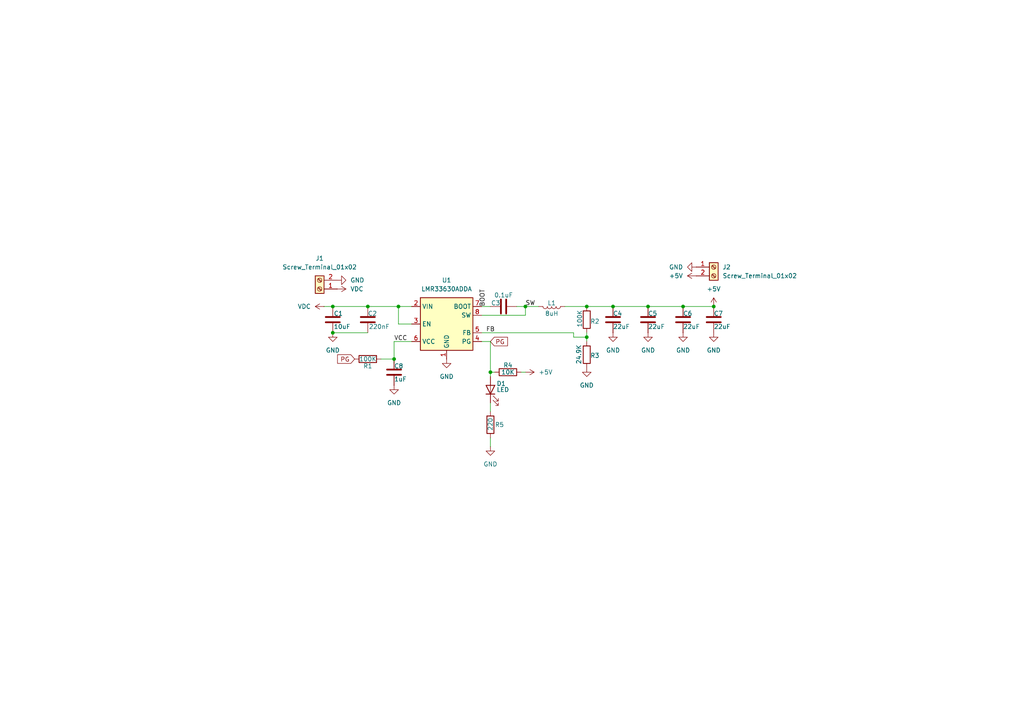
<source format=kicad_sch>
(kicad_sch (version 20250114) (generator "eeschema") (generator_version "9.0")
  (paper "A4")
  (lib_symbols
    (symbol "Connector:Screw_Terminal_01x02" (pin_names (offset 1.016) (hide yes))
      (property "Reference" "J" (at 0 2.54 0))
      (property "Value" "Screw_Terminal_01x02" (at 0 -5.08 0))
      (symbol "Screw_Terminal_01x02_1_1"
        (rectangle (start -1.27 1.27) (end 1.27 -3.81) (stroke (width 0.254)) (fill (type background)))
        (polyline (pts (xy -0.5334 0.3302) (xy 0.3302 -0.508)) (stroke (width 0.1524)))
        (polyline (pts (xy -0.5334 -2.2098) (xy 0.3302 -3.048)) (stroke (width 0.1524)))
        (polyline (pts (xy -0.3556 0.508) (xy 0.508 -0.3302)) (stroke (width 0.1524)))
        (polyline (pts (xy -0.3556 -2.032) (xy 0.508 -2.8702)) (stroke (width 0.1524)))
        (circle (center 0 0) (radius 0.635) (stroke (width 0.1524)))
        (circle (center 0 -2.54) (radius 0.635) (stroke (width 0.1524)))
        (pin passive line (at -5.08 0 0) (length 3.81) (name "Pin_1") (number "1"))
        (pin passive line (at -5.08 -2.54 0) (length 3.81) (name "Pin_2") (number "2"))
      )
    )
    (symbol "Device:C" (pin_numbers (hide yes)) (pin_names (offset 0.254))
      (property "Reference" "C" (at 0.635 2.54 0))
      (property "Value" "C" (at 0.635 -2.54 0))
      (symbol "C_0_1"
        (polyline (pts (xy -2.032 0.762) (xy 2.032 0.762)) (stroke (width 0.508)))
        (polyline (pts (xy -2.032 -0.762) (xy 2.032 -0.762)) (stroke (width 0.508)))
      )
      (symbol "C_1_1"
        (pin passive line (at 0 3.81 270) (length 2.794) (name "~") (number "1"))
        (pin passive line (at 0 -3.81 90) (length 2.794) (name "~") (number "2"))
      )
    )
    (symbol "Device:L" (pin_numbers (hide yes)) (pin_names (offset 1.016) (hide yes))
      (property "Reference" "L" (at -1.27 0 90))
      (property "Value" "L" (at 1.905 0 90))
      (symbol "L_0_1"
        (arc (start 0 2.54) (mid 0.6323 1.905) (end 0 1.27))
        (arc (start 0 1.27) (mid 0.6323 0.635) (end 0 0))
        (arc (start 0 0) (mid 0.6323 -0.635) (end 0 -1.27))
        (arc (start 0 -1.27) (mid 0.6323 -1.905) (end 0 -2.54))
      )
      (symbol "L_1_1"
        (pin passive line (at 0 3.81 270) (length 1.27) (name "1") (number "1"))
        (pin passive line (at 0 -3.81 90) (length 1.27) (name "2") (number "2"))
      )
    )
    (symbol "Device:LED" (pin_numbers (hide yes)) (pin_names (offset 1.016) (hide yes))
      (property "Reference" "D" (at 0 2.54 0))
      (property "Value" "LED" (at 0 -2.54 0))
      (symbol "LED_0_1"
        (polyline (pts (xy -3.048 -0.762) (xy -4.572 -2.286) (xy -3.81 -2.286) (xy -4.572 -2.286) (xy -4.572 -1.524)))
        (polyline (pts (xy -1.778 -0.762) (xy -3.302 -2.286) (xy -2.54 -2.286) (xy -3.302 -2.286) (xy -3.302 -1.524)))
        (polyline (pts (xy -1.27 0) (xy 1.27 0)))
        (polyline (pts (xy -1.27 -1.27) (xy -1.27 1.27)) (stroke (width 0.254)))
        (polyline (pts (xy 1.27 -1.27) (xy 1.27 1.27) (xy -1.27 0) (xy 1.27 -1.27)) (stroke (width 0.254)))
      )
      (symbol "LED_1_1"
        (pin passive line (at -3.81 0 0) (length 2.54) (name "K") (number "1"))
        (pin passive line (at 3.81 0 180) (length 2.54) (name "A") (number "2"))
      )
    )
    (symbol "Device:R" (pin_numbers (hide yes)) (pin_names (offset 0))
      (property "Reference" "R" (at 2.032 0 90))
      (property "Value" "R" (at 0 0 90))
      (symbol "R_0_1"
        (rectangle (start -1.016 -2.54) (end 1.016 2.54) (stroke (width 0.254)))
      )
      (symbol "R_1_1"
        (pin passive line (at 0 3.81 270) (length 1.27) (name "~") (number "1"))
        (pin passive line (at 0 -3.81 90) (length 1.27) (name "~") (number "2"))
      )
    )
    (symbol "Regulator_Switching:LMR33630ADDA"
      (property "Reference" "U" (at 0 11.43 0))
      (property "Value" "LMR33630ADDA" (at 0 8.89 0))
      (symbol "LMR33630ADDA_0_1"
        (rectangle (start -7.62 7.62) (end 7.62 -7.62) (stroke (width 0.254)) (fill (type background)))
      )
      (symbol "LMR33630ADDA_1_1"
        (pin power_in line (at -10.16 5.08 0) (length 2.54) (name "VIN") (number "2"))
        (pin input line (at -10.16 0 0) (length 2.54) (name "EN") (number "3"))
        (pin power_out line (at -10.16 -5.08 0) (length 2.54) (name "VCC") (number "6"))
        (pin power_in line (at 0 -10.16 90) (length 2.54) (name "GND") (number "1"))
        (pin passive line (at 0 -10.16 90) (length 2.54) (hide yes) (name "GND") (number "9"))
        (pin input line (at 10.16 5.08 180) (length 2.54) (name "BOOT") (number "7"))
        (pin output line (at 10.16 2.54 180) (length 2.54) (name "SW") (number "8"))
        (pin input line (at 10.16 -2.54 180) (length 2.54) (name "FB") (number "5"))
        (pin open_collector line (at 10.16 -5.08 180) (length 2.54) (name "PG") (number "4"))
      )
    )
    (symbol "power:+5V" (power) (pin_numbers (hide yes)) (pin_names (offset 0) (hide yes))
      (property "Value" "+5V" (at 0 3.556 0))
      (symbol "+5V_0_1"
        (polyline (pts (xy -0.762 1.27) (xy 0 2.54)))
        (polyline (pts (xy 0 2.54) (xy 0.762 1.27)))
        (polyline (pts (xy 0 0) (xy 0 2.54)))
      )
      (symbol "+5V_1_1"
        (pin power_in line (at 0 0 90) (length 0) (name "~") (number "1"))
      )
    )
    (symbol "power:GND" (power) (pin_numbers (hide yes)) (pin_names (offset 0) (hide yes))
      (property "Value" "GND" (at 0 -3.81 0))
      (symbol "GND_0_1"
        (polyline (pts (xy 0 0) (xy 0 -1.27) (xy 1.27 -1.27) (xy 0 -2.54) (xy -1.27 -1.27) (xy 0 -1.27)))
      )
      (symbol "GND_1_1"
        (pin power_in line (at 0 0 270) (length 0) (name "~") (number "1"))
      )
    )
    (symbol "power:VDC" (power) (pin_numbers (hide yes)) (pin_names (offset 0) (hide yes))
      (property "Value" "VDC" (at 0 3.556 0))
      (symbol "VDC_0_1"
        (polyline (pts (xy -0.762 1.27) (xy 0 2.54)))
        (polyline (pts (xy 0 2.54) (xy 0.762 1.27)))
        (polyline (pts (xy 0 0) (xy 0 2.54)))
      )
      (symbol "VDC_1_1"
        (pin power_in line (at 0 0 90) (length 0) (name "~") (number "1"))
      )
    )
  )
  (junction (at 152.4 88.9))
  (junction (at 170.18 88.9))
  (junction (at 177.8 88.9))
  (junction (at 170.18 97.79))
  (junction (at 115.57 88.9))
  (junction (at 207.01 88.9))
  (junction (at 96.52 96.52))
  (junction (at 198.12 88.9))
  (junction (at 106.68 88.9))
  (junction (at 187.96 88.9))
  (junction (at 142.24 107.95))
  (junction (at 114.3 104.14))
  (junction (at 96.52 88.9))
  (wire (pts (xy 139.7 96.52) (xy 166.37 96.52)))
  (wire (pts (xy 166.37 97.79) (xy 170.18 97.79)))
  (wire (pts (xy 152.4 88.9) (xy 156.21 88.9)))
  (wire (pts (xy 115.57 88.9) (xy 119.38 88.9)))
  (wire (pts (xy 139.7 99.06) (xy 142.24 99.06)))
  (wire (pts (xy 96.52 96.52) (xy 106.68 96.52)))
  (wire (pts (xy 142.24 127) (xy 142.24 129.54)))
  (wire (pts (xy 198.12 88.9) (xy 207.01 88.9)))
  (wire (pts (xy 142.24 99.06) (xy 142.24 107.95)))
  (wire (pts (xy 110.49 104.14) (xy 114.3 104.14)))
  (wire (pts (xy 177.8 88.9) (xy 187.96 88.9)))
  (wire (pts (xy 170.18 97.79) (xy 170.18 96.52)))
  (wire (pts (xy 114.3 99.06) (xy 119.38 99.06)))
  (wire (pts (xy 142.24 107.95) (xy 142.24 109.22)))
  (wire (pts (xy 170.18 99.06) (xy 170.18 97.79)))
  (wire (pts (xy 114.3 105.41) (xy 114.3 104.14)))
  (wire (pts (xy 115.57 93.98) (xy 119.38 93.98)))
  (wire (pts (xy 115.57 88.9) (xy 115.57 93.98)))
  (wire (pts (xy 139.7 88.9) (xy 142.24 88.9)))
  (wire (pts (xy 149.86 88.9) (xy 152.4 88.9)))
  (wire (pts (xy 139.7 91.44) (xy 152.4 91.44)))
  (wire (pts (xy 166.37 96.52) (xy 166.37 97.79)))
  (wire (pts (xy 114.3 104.14) (xy 114.3 99.06)))
  (wire (pts (xy 151.13 107.95) (xy 152.4 107.95)))
  (wire (pts (xy 106.68 88.9) (xy 115.57 88.9)))
  (wire (pts (xy 96.52 88.9) (xy 106.68 88.9)))
  (wire (pts (xy 152.4 91.44) (xy 152.4 88.9)))
  (wire (pts (xy 170.18 88.9) (xy 177.8 88.9)))
  (wire (pts (xy 142.24 107.95) (xy 143.51 107.95)))
  (wire (pts (xy 93.98 88.9) (xy 96.52 88.9)))
  (wire (pts (xy 163.83 88.9) (xy 170.18 88.9)))
  (wire (pts (xy 187.96 88.9) (xy 198.12 88.9)))
  (wire (pts (xy 142.24 116.84) (xy 142.24 119.38)))
  (label "BOOT" (at 140.97 88.9 90))
  (label "SW" (at 152.4 88.9 0))
  (label "FB" (at 140.97 96.52 0))
  (label "VCC" (at 114.3 99.06 0))
  (global_label "PG" (shape input) (at 102.87 104.14 180) (property "Intersheetrefs" "${INTERSHEET_REFS}" (effects (hide yes))))
  (global_label "PG" (shape input) (at 142.24 99.06 0) (property "Intersheetrefs" "${INTERSHEET_REFS}" (effects (hide yes))))
  (symbol (lib_id "Device:C") (at 106.68 92.71 0) (unit 1)
    (property "Reference" "C2" (at 106.68 90.932 0) (effects (justify left)))
    (property "Value" "220nF" (at 106.934 94.742 0) (effects (justify left)))
    (property "Footprint" "Capacitor_SMD:C_0402_1005Metric" (effects (hide yes)))
    (property "Description" "Unpolarized capacitor" (effects (hide yes)))
  )
  (symbol (lib_id "power:GND") (at 97.79 81.28 90) (unit 1)
    (property "Reference" "#PWR013" (effects (hide yes)))
    (property "Value" "GND" (at 101.6 81.2799 90) (effects (justify right)))
    (property "Description" "Power symbol creates a global label with name \"GND\" , ground" (effects (hide yes)))
  )
  (symbol (lib_id "power:+5V") (at 152.4 107.95 270) (unit 1)
    (property "Reference" "#PWR016" (effects (hide yes)))
    (property "Value" "+5V" (at 156.21 107.9499 90) (effects (justify left)))
    (property "Description" "Power symbol creates a global label with name \"+5V\"" (effects (hide yes)))
  )
  (symbol (lib_id "Device:C") (at 207.01 92.71 180) (unit 1)
    (property "Reference" "C7" (at 207.01 90.932 0) (effects (justify right)))
    (property "Value" "22uF" (at 207.01 94.742 0) (effects (justify right)))
    (property "Footprint" "Capacitor_SMD:C_0603_1608Metric" (effects (hide yes)))
    (property "Description" "Unpolarized capacitor" (effects (hide yes)))
  )
  (symbol (lib_id "power:+5V") (at 207.01 88.9 0) (unit 1)
    (property "Reference" "#PWR02" (effects (hide yes)))
    (property "Value" "+5V" (at 207.01 83.82 0))
    (property "Description" "Power symbol creates a global label with name \"+5V\"" (effects (hide yes)))
  )
  (symbol (lib_id "Device:L") (at 160.02 88.9 270) (unit 1)
    (property "Reference" "L1" (at 160.02 87.884 90))
    (property "Value" "8uH" (at 160.02 90.932 90))
    (property "Footprint" "Inductor_SMD:L_0805_2012Metric" (effects (hide yes)))
    (property "Description" "Inductor" (effects (hide yes)))
  )
  (symbol (lib_id "power:GND") (at 201.93 77.47 270) (unit 1)
    (property "Reference" "#PWR012" (effects (hide yes)))
    (property "Value" "GND" (at 198.12 77.4699 90) (effects (justify right)))
    (property "Description" "Power symbol creates a global label with name \"GND\" , ground" (effects (hide yes)))
  )
  (symbol (lib_id "power:+5V") (at 201.93 80.01 90) (unit 1)
    (property "Reference" "#PWR07" (effects (hide yes)))
    (property "Value" "+5V" (at 198.12 80.0099 90) (effects (justify left)))
    (property "Description" "Power symbol creates a global label with name \"+5V\"" (effects (hide yes)))
  )
  (symbol (lib_id "power:GND") (at 142.24 129.54 0) (unit 1)
    (property "Reference" "#PWR015" (effects (hide yes)))
    (property "Value" "GND" (at 142.24 134.62 0))
    (property "Description" "Power symbol creates a global label with name \"GND\" , ground" (effects (hide yes)))
  )
  (symbol (lib_id "power:GND") (at 129.54 104.14 0) (unit 1)
    (property "Reference" "#PWR04" (effects (hide yes)))
    (property "Value" "GND" (at 129.54 109.22 0))
    (property "Description" "Power symbol creates a global label with name \"GND\" , ground" (effects (hide yes)))
  )
  (symbol (lib_id "Device:C") (at 96.52 92.71 0) (unit 1)
    (property "Reference" "C1" (at 96.774 90.932 0) (effects (justify left)))
    (property "Value" "10uF" (at 96.774 94.742 0) (effects (justify left)))
    (property "Footprint" "Capacitor_SMD:C_0603_1608Metric" (effects (hide yes)))
    (property "Description" "Unpolarized capacitor" (effects (hide yes)))
  )
  (symbol (lib_id "Regulator_Switching:LMR33630ADDA") (at 129.54 93.98 0) (unit 1)
    (property "Reference" "U1" (at 129.54 81.28 0))
    (property "Value" "LMR33630ADDA" (at 129.54 83.82 0))
    (property "Footprint" "Package_SO:Texas_HSOP-8-1EP_3.9x4.9mm_P1.27mm_ThermalVias" (effects (hide yes)))
    (property "Datasheet" "http://www.ti.com/lit/ds/symlink/lmr33630.pdf" (effects (hide yes)))
    (property "Description" "Simple Switcher Synchronous Buck Regulator, Vin=3.8-36V, Iout=3A, F=400kHz, Adjustable output voltage, HSOP-8" (effects (hide yes)))
  )
  (symbol (lib_id "Device:R") (at 147.32 107.95 90) (unit 1)
    (property "Reference" "R4" (at 147.32 105.918 90))
    (property "Value" "10K" (at 147.32 107.95 90))
    (property "Footprint" "Resistor_SMD:R_0402_1005Metric" (effects (hide yes)))
    (property "Description" "Resistor" (effects (hide yes)))
  )
  (symbol (lib_id "Device:R") (at 170.18 102.87 0) (unit 1)
    (property "Reference" "R3" (at 171.196 103.124 0) (effects (justify left)))
    (property "Value" "24.9K" (at 167.894 105.664 90) (effects (justify left)))
    (property "Footprint" "Resistor_SMD:R_0402_1005Metric" (effects (hide yes)))
    (property "Description" "Resistor" (effects (hide yes)))
  )
  (symbol (lib_id "Device:LED") (at 142.24 113.03 90) (unit 1)
    (property "Reference" "D1" (at 144.018 111.252 90) (effects (justify right)))
    (property "Value" "LED" (at 144.018 113.03 90) (effects (justify right)))
    (property "Footprint" "LED_SMD:LED_0603_1608Metric" (effects (hide yes)))
    (property "Description" "Light emitting diode" (effects (hide yes)))
    (property "Sim.Pins" "1=K 2=A" (effects (hide yes)))
  )
  (symbol (lib_id "Connector:Screw_Terminal_01x02") (at 92.71 83.82 180) (unit 1)
    (property "Reference" "J1" (at 92.71 74.93 0))
    (property "Value" "Screw_Terminal_01x02" (at 92.71 77.47 0))
    (property "Footprint" "TerminalBlock:TerminalBlock_bornier-2_P5.08mm" (effects (hide yes)))
    (property "Description" "Generic screw terminal, single row, 01x02, script generated (kicad-library-utils/schlib/autogen/connector/)" (effects (hide yes)))
  )
  (symbol (lib_id "Device:C") (at 177.8 92.71 180) (unit 1)
    (property "Reference" "C4" (at 177.8 90.932 0) (effects (justify right)))
    (property "Value" "22uF" (at 177.8 94.742 0) (effects (justify right)))
    (property "Footprint" "Capacitor_SMD:C_0603_1608Metric" (effects (hide yes)))
    (property "Description" "Unpolarized capacitor" (effects (hide yes)))
  )
  (symbol (lib_id "power:GND") (at 207.01 96.52 0) (unit 1)
    (property "Reference" "#PWR011" (effects (hide yes)))
    (property "Value" "GND" (at 207.01 101.6 0))
    (property "Description" "Power symbol creates a global label with name \"GND\" , ground" (effects (hide yes)))
  )
  (symbol (lib_id "power:GND") (at 96.52 96.52 0) (unit 1)
    (property "Reference" "#PWR06" (effects (hide yes)))
    (property "Value" "GND" (at 96.52 101.6 0))
    (property "Description" "Power symbol creates a global label with name \"GND\" , ground" (effects (hide yes)))
  )
  (symbol (lib_id "Device:C") (at 114.3 107.95 180) (unit 1)
    (property "Reference" "C8" (at 114.3 106.172 0) (effects (justify right)))
    (property "Value" "1uF" (at 114.3 109.982 0) (effects (justify right)))
    (property "Footprint" "Capacitor_SMD:C_0402_1005Metric" (effects (hide yes)))
    (property "Description" "Unpolarized capacitor" (effects (hide yes)))
  )
  (symbol (lib_id "Device:C") (at 198.12 92.71 180) (unit 1)
    (property "Reference" "C6" (at 198.12 90.932 0) (effects (justify right)))
    (property "Value" "22uF" (at 198.12 94.742 0) (effects (justify right)))
    (property "Footprint" "Capacitor_SMD:C_0603_1608Metric" (effects (hide yes)))
    (property "Description" "Unpolarized capacitor" (effects (hide yes)))
  )
  (symbol (lib_id "power:GND") (at 170.18 106.68 0) (unit 1)
    (property "Reference" "#PWR03" (effects (hide yes)))
    (property "Value" "GND" (at 170.18 111.76 0))
    (property "Description" "Power symbol creates a global label with name \"GND\" , ground" (effects (hide yes)))
  )
  (symbol (lib_id "Device:R") (at 142.24 123.19 0) (unit 1)
    (property "Reference" "R5" (at 143.51 123.19 0) (effects (justify left)))
    (property "Value" "220" (at 142.24 124.968 90) (effects (justify left)))
    (property "Footprint" "Resistor_SMD:R_0402_1005Metric" (effects (hide yes)))
    (property "Description" "Resistor" (effects (hide yes)))
  )
  (symbol (lib_id "Device:R") (at 170.18 92.71 0) (unit 1)
    (property "Reference" "R2" (at 171.196 93.218 0) (effects (justify left)))
    (property "Value" "100K" (at 168.148 94.996 90) (effects (justify left)))
    (property "Footprint" "Resistor_SMD:R_0402_1005Metric" (effects (hide yes)))
    (property "Description" "Resistor" (effects (hide yes)))
  )
  (symbol (lib_id "power:GND") (at 177.8 96.52 0) (unit 1)
    (property "Reference" "#PWR08" (effects (hide yes)))
    (property "Value" "GND" (at 177.8 101.6 0))
    (property "Description" "Power symbol creates a global label with name \"GND\" , ground" (effects (hide yes)))
  )
  (symbol (lib_id "Device:C") (at 146.05 88.9 90) (unit 1)
    (property "Reference" "C3" (at 143.764 87.884 90))
    (property "Value" "0.1uF" (at 146.05 85.598 90))
    (property "Footprint" "Capacitor_SMD:C_0402_1005Metric" (effects (hide yes)))
    (property "Description" "Unpolarized capacitor" (effects (hide yes)))
  )
  (symbol (lib_id "power:GND") (at 187.96 96.52 0) (unit 1)
    (property "Reference" "#PWR09" (effects (hide yes)))
    (property "Value" "GND" (at 187.96 101.6 0))
    (property "Description" "Power symbol creates a global label with name \"GND\" , ground" (effects (hide yes)))
  )
  (symbol (lib_id "power:GND") (at 198.12 96.52 0) (unit 1)
    (property "Reference" "#PWR010" (effects (hide yes)))
    (property "Value" "GND" (at 198.12 101.6 0))
    (property "Description" "Power symbol creates a global label with name \"GND\" , ground" (effects (hide yes)))
  )
  (symbol (lib_id "power:VDC") (at 97.79 83.82 270) (unit 1)
    (property "Reference" "#PWR014" (effects (hide yes)))
    (property "Value" "VDC" (at 101.6 83.8199 90) (effects (justify left)))
    (property "Description" "Power symbol creates a global label with name \"VDC\"" (effects (hide yes)))
  )
  (symbol (lib_id "Device:C") (at 187.96 92.71 180) (unit 1)
    (property "Reference" "C5" (at 187.96 90.932 0) (effects (justify right)))
    (property "Value" "22uF" (at 187.96 94.742 0) (effects (justify right)))
    (property "Footprint" "Capacitor_SMD:C_0603_1608Metric" (effects (hide yes)))
    (property "Description" "Unpolarized capacitor" (effects (hide yes)))
  )
  (symbol (lib_id "Connector:Screw_Terminal_01x02") (at 207.01 77.47 0) (unit 1)
    (property "Reference" "J2" (at 209.55 77.4699 0) (effects (justify left)))
    (property "Value" "Screw_Terminal_01x02" (at 209.55 80.0099 0) (effects (justify left)))
    (property "Footprint" "TerminalBlock:TerminalBlock_bornier-2_P5.08mm" (effects (hide yes)))
    (property "Description" "Generic screw terminal, single row, 01x02, script generated (kicad-library-utils/schlib/autogen/connector/)" (effects (hide yes)))
  )
  (symbol (lib_id "power:GND") (at 114.3 111.76 0) (unit 1)
    (property "Reference" "#PWR05" (effects (hide yes)))
    (property "Value" "GND" (at 114.3 116.84 0))
    (property "Description" "Power symbol creates a global label with name \"GND\" , ground" (effects (hide yes)))
  )
  (symbol (lib_id "power:VDC") (at 93.98 88.9 90) (unit 1)
    (property "Reference" "#PWR01" (effects (hide yes)))
    (property "Value" "VDC" (at 90.17 88.8999 90) (effects (justify left)))
    (property "Description" "Power symbol creates a global label with name \"VDC\"" (effects (hide yes)))
  )
  (symbol (lib_id "Device:R") (at 106.68 104.14 270) (unit 1)
    (property "Reference" "R1" (at 106.68 106.172 90))
    (property "Value" "100K" (at 106.68 104.14 90))
    (property "Footprint" "Resistor_SMD:R_0402_1005Metric" (effects (hide yes)))
    (property "Description" "Resistor" (effects (hide yes)))
  )
)
</source>
